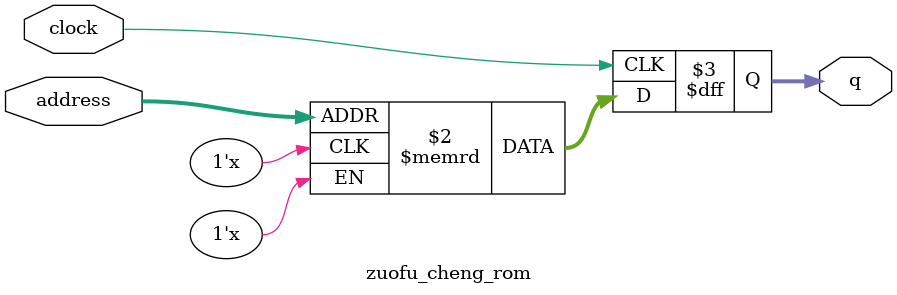
<source format=sv>
module zuofu_cheng_rom (
	input logic clock,
	input logic [10:0] address,
	output logic [5:0] q
);

logic [5:0] memory [0:2027] /* synthesis ram_init_file = "./zuofu_cheng/zuofu_cheng.COE" */;

always_ff @ (posedge clock) begin
	q <= memory[address];
end

endmodule

</source>
